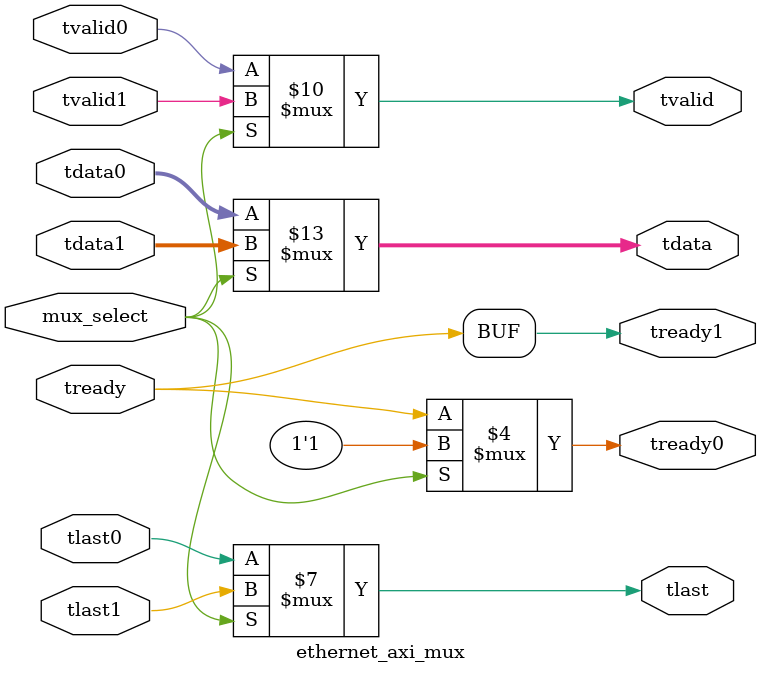
<source format=v>

`timescale 1 ps/1 ps

module ethernet_axi_mux (
   input                   mux_select,

   // mux inputs
   input       [7:0]       tdata0,
   input                   tvalid0,
   input                   tlast0,
   output reg              tready0,
   
   input       [7:0]       tdata1,
   input                   tvalid1,
   input                   tlast1,
   output reg              tready1,
   
   // mux outputs
   output reg  [7:0]       tdata,
   output reg              tvalid,
   output reg              tlast,
   input                   tready
);

always @(mux_select or tdata0 or tvalid0 or tlast0 or tdata1 or 
         tvalid1 or tlast1)
begin
   if (mux_select) begin
      tdata    = tdata1;
      tvalid   = tvalid1;
      tlast    = tlast1;
   end
   else begin
      tdata    = tdata0;
      tvalid   = tvalid0;
      tlast    = tlast0;
   end
end

always @(mux_select or tready)
begin
   if (mux_select) begin
      tready0     = 1'b1;
   end
   else begin
      tready0     = tready;
   end
   tready1     = tready;
end

endmodule

</source>
